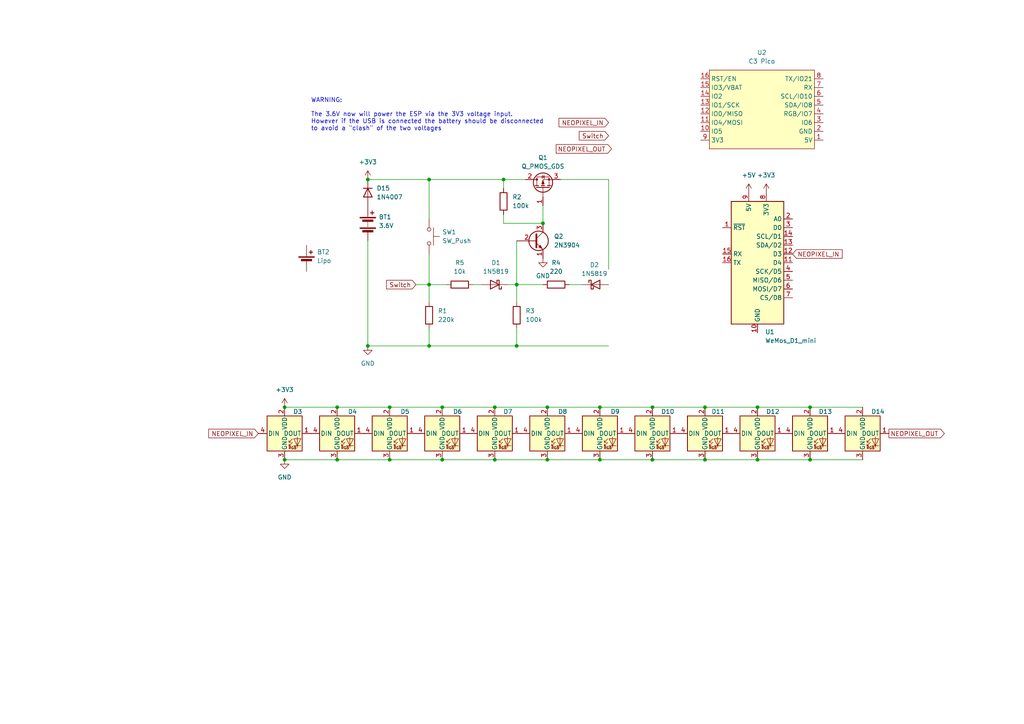
<source format=kicad_sch>
(kicad_sch (version 20230121) (generator eeschema)
  (paper "A4")
  (lib_symbols
    (symbol "Device:Battery" (pin_numbers hide) (pin_names (offset 0) hide)
      (property "Reference" "BT" (at 2.54 2.54 0))
      (property "Value" "Battery" (at 2.54 0 0))
      (symbol "Battery_0_1"
        (rectangle (start -2.286 -1.27) (end 2.286 -1.524) (fill (type outline)))
        (rectangle (start -2.286 1.778) (end 2.286 1.524) (fill (type outline)))
        (rectangle (start -1.524 -2.032) (end 1.524 -2.54) (fill (type outline)))
        (rectangle (start -1.524 1.016) (end 1.524 0.508) (fill (type outline)))
        (polyline (pts (xy 0 -1.016) (xy 0 -0.762)))
        (polyline (pts (xy 0 -0.508) (xy 0 -0.254)))
        (polyline (pts (xy 0 0) (xy 0 0.254)))
        (polyline (pts (xy 0 1.778) (xy 0 2.54)))
        (polyline (pts (xy 0.762 3.048) (xy 1.778 3.048)) (stroke (width 0.254)))
        (polyline (pts (xy 1.27 3.556) (xy 1.27 2.54)) (stroke (width 0.254)))
      )
      (symbol "Battery_1_1"
        (pin passive line (at 0 5.08 270) (length 2.54) (name "+") (number "1"))
        (pin passive line (at 0 -5.08 90) (length 2.54) (name "-") (number "2"))
      )
    )
    (symbol "Device:Battery_Cell" (pin_numbers hide) (pin_names (offset 0) hide)
      (property "Reference" "BT" (at 2.54 2.54 0))
      (property "Value" "Battery_Cell" (at 2.54 0 0))
      (symbol "Battery_Cell_0_1"
        (rectangle (start -2.286 1.778) (end 2.286 1.524) (fill (type outline)))
        (rectangle (start -1.524 1.016) (end 1.524 0.508) (fill (type outline)))
        (polyline (pts (xy 0 0.762) (xy 0 0)))
        (polyline (pts (xy 0 1.778) (xy 0 2.54)))
        (polyline (pts (xy 0.762 3.048) (xy 1.778 3.048)) (stroke (width 0.254)))
        (polyline (pts (xy 1.27 3.556) (xy 1.27 2.54)) (stroke (width 0.254)))
      )
      (symbol "Battery_Cell_1_1"
        (pin passive line (at 0 5.08 270) (length 2.54) (name "+") (number "1"))
        (pin passive line (at 0 -2.54 90) (length 2.54) (name "-") (number "2"))
      )
    )
    (symbol "Device:Q_PMOS_GDS" (pin_names (offset 0) hide)
      (property "Reference" "Q" (at 5.08 1.27 0))
      (property "Value" "Q_PMOS_GDS" (at 5.08 -1.27 0))
      (symbol "Q_PMOS_GDS_0_1"
        (polyline (pts (xy 0.254 0) (xy -2.54 0)))
        (polyline (pts (xy 0.254 1.905) (xy 0.254 -1.905)) (stroke (width 0.254)))
        (polyline (pts (xy 0.762 -1.27) (xy 0.762 -2.286)) (stroke (width 0.254)))
        (polyline (pts (xy 0.762 0.508) (xy 0.762 -0.508)) (stroke (width 0.254)))
        (polyline (pts (xy 0.762 2.286) (xy 0.762 1.27)) (stroke (width 0.254)))
        (polyline (pts (xy 2.54 2.54) (xy 2.54 1.778)))
        (polyline (pts (xy 2.54 -2.54) (xy 2.54 0) (xy 0.762 0)))
        (polyline (pts (xy 0.762 1.778) (xy 3.302 1.778) (xy 3.302 -1.778) (xy 0.762 -1.778)))
        (polyline (pts (xy 2.286 0) (xy 1.27 0.381) (xy 1.27 -0.381) (xy 2.286 0)) (fill (type outline)))
        (polyline (pts (xy 2.794 -0.508) (xy 2.921 -0.381) (xy 3.683 -0.381) (xy 3.81 -0.254)))
        (polyline (pts (xy 3.302 -0.381) (xy 2.921 0.254) (xy 3.683 0.254) (xy 3.302 -0.381)))
        (circle (center 1.651 0) (radius 2.794) (stroke (width 0.254)))
        (circle (center 2.54 -1.778) (radius 0.254) (fill (type outline)))
        (circle (center 2.54 1.778) (radius 0.254) (fill (type outline)))
      )
      (symbol "Q_PMOS_GDS_1_1"
        (pin input line (at -5.08 0 0) (length 2.54) (name "G") (number "1"))
        (pin passive line (at 2.54 5.08 270) (length 2.54) (name "D") (number "2"))
        (pin passive line (at 2.54 -5.08 90) (length 2.54) (name "S") (number "3"))
      )
    )
    (symbol "Device:R" (pin_numbers hide) (pin_names (offset 0))
      (property "Reference" "R" (at 2.032 0 90))
      (property "Value" "R" (at 0 0 90))
      (symbol "R_0_1"
        (rectangle (start -1.016 -2.54) (end 1.016 2.54) (stroke (width 0.254)))
      )
      (symbol "R_1_1"
        (pin passive line (at 0 3.81 270) (length 1.27) (name "~") (number "1"))
        (pin passive line (at 0 -3.81 90) (length 1.27) (name "~") (number "2"))
      )
    )
    (symbol "Diode:1N4007" (pin_numbers hide) (pin_names hide)
      (property "Reference" "D" (at 0 2.54 0))
      (property "Value" "1N4007" (at 0 -2.54 0))
      (symbol "1N4007_0_1"
        (polyline (pts (xy -1.27 1.27) (xy -1.27 -1.27)) (stroke (width 0.254)))
        (polyline (pts (xy 1.27 0) (xy -1.27 0)))
        (polyline (pts (xy 1.27 1.27) (xy 1.27 -1.27) (xy -1.27 0) (xy 1.27 1.27)) (stroke (width 0.254)))
      )
      (symbol "1N4007_1_1"
        (pin passive line (at -3.81 0 0) (length 2.54) (name "K") (number "1"))
        (pin passive line (at 3.81 0 180) (length 2.54) (name "A") (number "2"))
      )
    )
    (symbol "Diode:1N5819" (pin_numbers hide) (pin_names (offset 1.016) hide)
      (property "Reference" "D" (at 0 2.54 0))
      (property "Value" "1N5819" (at 0 -2.54 0))
      (symbol "1N5819_0_1"
        (polyline (pts (xy 1.27 0) (xy -1.27 0)))
        (polyline (pts (xy 1.27 1.27) (xy 1.27 -1.27) (xy -1.27 0) (xy 1.27 1.27)) (stroke (width 0.254)))
        (polyline (pts (xy -1.905 0.635) (xy -1.905 1.27) (xy -1.27 1.27) (xy -1.27 -1.27) (xy -0.635 -1.27) (xy -0.635 -0.635)) (stroke (width 0.254)))
      )
      (symbol "1N5819_1_1"
        (pin passive line (at -3.81 0 0) (length 2.54) (name "K") (number "1"))
        (pin passive line (at 3.81 0 180) (length 2.54) (name "A") (number "2"))
      )
    )
    (symbol "LED:NeoPixel_THT" (pin_names (offset 0.254))
      (property "Reference" "D3" (at 13.335 3.6479 0))
      (property "Value" "NeoPixel_THT" (at 13.335 1.1079 0))
      (symbol "NeoPixel_THT_0_0"
        (text "RGB" (at 2.286 -4.191 0) (effects (font (size 0.762 0.762))))
      )
      (symbol "NeoPixel_THT_0_1"
        (polyline (pts (xy 1.27 -3.556) (xy 1.778 -3.556)))
        (polyline (pts (xy 1.27 -2.54) (xy 1.778 -2.54)))
        (polyline (pts (xy 4.699 -3.556) (xy 2.667 -3.556)))
        (polyline (pts (xy 2.286 -2.54) (xy 1.27 -3.556) (xy 1.27 -3.048)))
        (polyline (pts (xy 2.286 -1.524) (xy 1.27 -2.54) (xy 1.27 -2.032)))
        (polyline (pts (xy 3.683 -1.016) (xy 3.683 -3.556) (xy 3.683 -4.064)))
        (polyline (pts (xy 4.699 -1.524) (xy 2.667 -1.524) (xy 3.683 -3.556) (xy 4.699 -1.524)))
        (rectangle (start 5.08 5.08) (end -5.08 -5.08) (stroke (width 0.254)) (fill (type background)))
      )
      (symbol "NeoPixel_THT_1_1"
        (pin output line (at 7.62 0 180) (length 2.54) (name "DOUT") (number "1"))
        (pin power_in line (at 0 7.62 270) (length 2.54) (name "VDD") (number "2"))
        (pin power_in line (at 0 -7.62 90) (length 2.54) (name "GND") (number "3"))
        (pin input line (at -7.62 0 0) (length 2.54) (name "DIN") (number "4"))
      )
    )
    (symbol "MCU_Module:WeMos_D1_mini"
      (property "Reference" "U" (at 3.81 19.05 0))
      (property "Value" "WeMos_D1_mini" (at 1.27 -19.05 0))
      (symbol "WeMos_D1_mini_1_1"
        (rectangle (start -7.62 17.78) (end 7.62 -17.78) (stroke (width 0.254)) (fill (type background)))
        (pin input line (at -10.16 10.16 0) (length 2.54) (name "~{RST}") (number "1"))
        (pin power_in line (at 0 -20.32 90) (length 2.54) (name "GND") (number "10"))
        (pin bidirectional line (at 10.16 0 180) (length 2.54) (name "D4") (number "11"))
        (pin bidirectional line (at 10.16 2.54 180) (length 2.54) (name "D3") (number "12"))
        (pin bidirectional line (at 10.16 5.08 180) (length 2.54) (name "SDA/D2") (number "13"))
        (pin bidirectional line (at 10.16 7.62 180) (length 2.54) (name "SCL/D1") (number "14"))
        (pin input line (at -10.16 2.54 0) (length 2.54) (name "RX") (number "15"))
        (pin output line (at -10.16 0 0) (length 2.54) (name "TX") (number "16"))
        (pin input line (at 10.16 12.7 180) (length 2.54) (name "A0") (number "2"))
        (pin bidirectional line (at 10.16 10.16 180) (length 2.54) (name "D0") (number "3"))
        (pin bidirectional line (at 10.16 -2.54 180) (length 2.54) (name "SCK/D5") (number "4"))
        (pin bidirectional line (at 10.16 -5.08 180) (length 2.54) (name "MISO/D6") (number "5"))
        (pin bidirectional line (at 10.16 -7.62 180) (length 2.54) (name "MOSI/D7") (number "6"))
        (pin bidirectional line (at 10.16 -10.16 180) (length 2.54) (name "CS/D8") (number "7"))
        (pin power_out line (at 2.54 20.32 270) (length 2.54) (name "3V3") (number "8"))
        (pin power_in line (at -2.54 20.32 270) (length 2.54) (name "5V") (number "9"))
      )
    )
    (symbol "Switch:SW_Push" (pin_numbers hide) (pin_names (offset 1.016) hide)
      (property "Reference" "SW" (at 1.27 2.54 0))
      (property "Value" "SW_Push" (at 0 -1.524 0))
      (symbol "SW_Push_0_1"
        (circle (center -2.032 0) (radius 0.508))
        (polyline (pts (xy 0 1.27) (xy 0 3.048)))
        (polyline (pts (xy 2.54 1.27) (xy -2.54 1.27)))
        (circle (center 2.032 0) (radius 0.508))
        (pin passive line (at -5.08 0 0) (length 2.54) (name "1") (number "1"))
        (pin passive line (at 5.08 0 180) (length 2.54) (name "2") (number "2"))
      )
    )
    (symbol "Transistor_BJT:2N3904" (pin_names (offset 0) hide)
      (property "Reference" "Q" (at 5.08 1.905 0))
      (property "Value" "2N3904" (at 5.08 0 0))
      (symbol "2N3904_0_1"
        (polyline (pts (xy 0.635 0.635) (xy 2.54 2.54)))
        (polyline (pts (xy 0.635 -0.635) (xy 2.54 -2.54) (xy 2.54 -2.54)))
        (polyline (pts (xy 0.635 1.905) (xy 0.635 -1.905) (xy 0.635 -1.905)) (stroke (width 0.508)))
        (polyline (pts (xy 1.27 -1.778) (xy 1.778 -1.27) (xy 2.286 -2.286) (xy 1.27 -1.778) (xy 1.27 -1.778)) (fill (type outline)))
        (circle (center 1.27 0) (radius 2.8194) (stroke (width 0.254)))
      )
      (symbol "2N3904_1_1"
        (pin passive line (at 2.54 -5.08 90) (length 2.54) (name "E") (number "1"))
        (pin passive line (at -5.08 0 0) (length 5.715) (name "B") (number "2"))
        (pin passive line (at 2.54 5.08 270) (length 2.54) (name "C") (number "3"))
      )
    )
    (symbol "c3-pico:c3-pico"
      (property "Reference" "U" (at 0 12.7 0))
      (property "Value" "C3 Pico" (at 0 -10.16 0))
      (symbol "c3-pico_1_1"
        (rectangle (start -15.24 11.43) (end 15.24 -11.43) (fill (type background)))
        (pin power_in line (at 17.78 -8.89 180) (length 2.54) (name "5V") (number "1"))
        (pin bidirectional line (at -17.78 -6.35 0) (length 2.54) (name "IO5") (number "10"))
        (pin bidirectional line (at -17.78 -3.81 0) (length 2.54) (name "IO4/MOSI") (number "11"))
        (pin bidirectional line (at -17.78 -1.27 0) (length 2.54) (name "IO0/MISO") (number "12"))
        (pin bidirectional line (at -17.78 1.27 0) (length 2.54) (name "IO1/SCK") (number "13"))
        (pin bidirectional line (at -17.78 3.81 0) (length 2.54) (name "IO2") (number "14"))
        (pin bidirectional line (at -17.78 6.35 0) (length 2.54) (name "IO3/VBAT") (number "15"))
        (pin input line (at -17.78 8.89 0) (length 2.54) (name "RST/EN") (number "16"))
        (pin power_in line (at 17.78 -6.35 180) (length 2.54) (name "GND") (number "2"))
        (pin bidirectional line (at 17.78 -3.81 180) (length 2.54) (name "IO6") (number "3"))
        (pin bidirectional line (at 17.78 -1.27 180) (length 2.54) (name "RGB/IO7") (number "4"))
        (pin bidirectional line (at 17.78 1.27 180) (length 2.54) (name "SDA/IO8") (number "5"))
        (pin input line (at 17.78 3.81 180) (length 2.54) (name "SCL/IO10") (number "6"))
        (pin input line (at 17.78 6.35 180) (length 2.54) (name "RX") (number "7"))
        (pin output line (at 17.78 8.89 180) (length 2.54) (name "TX/IO21") (number "8"))
        (pin power_in line (at -17.78 -8.89 0) (length 2.54) (name "3V3") (number "9"))
      )
    )
    (symbol "power:+3V3" (power) (pin_names (offset 0))
      (property "Value" "+3V3" (at 0 3.556 0))
      (symbol "+3V3_0_1"
        (polyline (pts (xy -0.762 1.27) (xy 0 2.54)))
        (polyline (pts (xy 0 0) (xy 0 2.54)))
        (polyline (pts (xy 0 2.54) (xy 0.762 1.27)))
      )
      (symbol "+3V3_1_1"
        (pin power_in line (at 0 0 90) (length 0) hide (name "+3V3") (number "1"))
      )
    )
    (symbol "power:+5V" (power) (pin_names (offset 0))
      (property "Value" "+5V" (at 0 3.556 0))
      (symbol "+5V_0_1"
        (polyline (pts (xy -0.762 1.27) (xy 0 2.54)))
        (polyline (pts (xy 0 0) (xy 0 2.54)))
        (polyline (pts (xy 0 2.54) (xy 0.762 1.27)))
      )
      (symbol "+5V_1_1"
        (pin power_in line (at 0 0 90) (length 0) hide (name "+5V") (number "1"))
      )
    )
    (symbol "power:GND" (power) (pin_names (offset 0))
      (property "Value" "GND" (at 0 -3.81 0))
      (symbol "GND_0_1"
        (polyline (pts (xy 0 0) (xy 0 -1.27) (xy 1.27 -1.27) (xy 0 -2.54) (xy -1.27 -1.27) (xy 0 -1.27)))
      )
      (symbol "GND_1_1"
        (pin power_in line (at 0 0 270) (length 0) hide (name "GND") (number "1"))
      )
    )
  )
  (junction (at 113.03 133.35))
  (junction (at 106.68 52.07))
  (junction (at 128.27 118.11))
  (junction (at 113.03 118.11))
  (junction (at 124.46 82.55))
  (junction (at 158.75 118.11))
  (junction (at 82.55 118.11))
  (junction (at 204.47 118.11))
  (junction (at 149.86 82.55))
  (junction (at 143.51 133.35))
  (junction (at 189.23 133.35))
  (junction (at 189.23 118.11))
  (junction (at 234.95 133.35))
  (junction (at 128.27 133.35))
  (junction (at 234.95 118.11))
  (junction (at 97.79 133.35))
  (junction (at 143.51 118.11))
  (junction (at 124.46 52.07))
  (junction (at 173.99 133.35))
  (junction (at 157.48 64.77))
  (junction (at 124.46 100.33))
  (junction (at 97.79 118.11))
  (junction (at 149.86 100.33))
  (junction (at 158.75 133.35))
  (junction (at 173.99 118.11))
  (junction (at 106.68 100.33))
  (junction (at 82.55 133.35))
  (junction (at 204.47 133.35))
  (junction (at 219.71 118.11))
  (junction (at 219.71 133.35))
  (junction (at 146.05 52.07))
  (wire (pts (xy 204.47 118.11) (xy 219.71 118.11)))
  (wire (pts (xy 157.48 59.69) (xy 157.48 64.77)))
  (wire (pts (xy 176.53 52.07) (xy 176.53 78.105)))
  (wire (pts (xy 234.95 133.35) (xy 219.71 133.35)))
  (wire (pts (xy 128.27 118.11) (xy 113.03 118.11)))
  (wire (pts (xy 124.46 52.07) (xy 124.46 63.5)))
  (wire (pts (xy 250.19 133.35) (xy 234.95 133.35)))
  (wire (pts (xy 162.56 52.07) (xy 176.53 52.07)))
  (wire (pts (xy 146.05 64.77) (xy 146.05 62.23)))
  (wire (pts (xy 124.46 52.07) (xy 146.05 52.07)))
  (wire (pts (xy 149.86 82.55) (xy 149.86 87.63)))
  (wire (pts (xy 149.86 82.55) (xy 157.48 82.55)))
  (wire (pts (xy 143.51 133.35) (xy 128.27 133.35)))
  (wire (pts (xy 149.86 100.33) (xy 176.53 100.33)))
  (wire (pts (xy 97.79 133.35) (xy 82.55 133.35)))
  (wire (pts (xy 113.03 133.35) (xy 97.79 133.35)))
  (wire (pts (xy 106.68 100.33) (xy 124.46 100.33)))
  (wire (pts (xy 204.47 118.11) (xy 189.23 118.11)))
  (wire (pts (xy 124.46 95.25) (xy 124.46 100.33)))
  (wire (pts (xy 128.27 133.35) (xy 113.03 133.35)))
  (wire (pts (xy 158.75 118.11) (xy 143.51 118.11)))
  (wire (pts (xy 124.46 100.33) (xy 149.86 100.33)))
  (wire (pts (xy 149.86 69.85) (xy 149.86 82.55)))
  (wire (pts (xy 168.91 82.55) (xy 165.1 82.55)))
  (wire (pts (xy 204.47 133.35) (xy 189.23 133.35)))
  (wire (pts (xy 158.75 133.35) (xy 143.51 133.35)))
  (wire (pts (xy 106.68 52.07) (xy 124.46 52.07)))
  (wire (pts (xy 113.03 118.11) (xy 97.79 118.11)))
  (wire (pts (xy 97.79 118.11) (xy 82.55 118.11)))
  (wire (pts (xy 219.71 133.35) (xy 204.47 133.35)))
  (wire (pts (xy 149.86 95.25) (xy 149.86 100.33)))
  (wire (pts (xy 106.68 69.85) (xy 106.68 100.33)))
  (wire (pts (xy 250.19 118.11) (xy 234.95 118.11)))
  (wire (pts (xy 147.32 82.55) (xy 149.86 82.55)))
  (wire (pts (xy 189.23 133.35) (xy 173.99 133.35)))
  (wire (pts (xy 219.71 118.11) (xy 234.95 118.11)))
  (wire (pts (xy 124.46 82.55) (xy 129.54 82.55)))
  (wire (pts (xy 137.16 82.55) (xy 139.7 82.55)))
  (wire (pts (xy 189.23 118.11) (xy 173.99 118.11)))
  (wire (pts (xy 173.99 118.11) (xy 158.75 118.11)))
  (wire (pts (xy 173.99 133.35) (xy 158.75 133.35)))
  (wire (pts (xy 146.05 52.07) (xy 152.4 52.07)))
  (wire (pts (xy 124.46 73.66) (xy 124.46 82.55)))
  (wire (pts (xy 146.05 64.77) (xy 157.48 64.77)))
  (wire (pts (xy 146.05 54.61) (xy 146.05 52.07)))
  (wire (pts (xy 124.46 82.55) (xy 124.46 87.63)))
  (wire (pts (xy 120.65 82.55) (xy 124.46 82.55)))
  (wire (pts (xy 143.51 118.11) (xy 128.27 118.11)))
  (text "WARNING:\n\nThe 3.6V now will power the ESP via the 3V3 voltage input.\nHowever if the USB is connected the battery should be disconnected\nto avoid a \"clash\" of the two voltages" (at 90.17 38.1 0) (effects (font (size 1.27 1.27)) (justify left bottom)))
  (global_label "NEOPIXEL_IN" (shape input) (at 74.93 125.73 180) (property "Intersheetrefs" "${INTERSHEET_REFS}" (effects hide)))
  (global_label "Switch" (shape input) (at 176.53 39.37 180) (property "Intersheetrefs" "${INTERSHEET_REFS}" (effects hide)))
  (global_label "NEOPIXEL_OUT" (shape output) (at 257.81 125.73 0) (property "Intersheetrefs" "${INTERSHEET_REFS}" (effects hide)))
  (global_label "NEOPIXEL_IN" (shape input) (at 229.87 73.66 0) (property "Intersheetrefs" "${INTERSHEET_REFS}" (effects hide)))
  (global_label "Switch" (shape input) (at 120.65 82.55 180) (property "Intersheetrefs" "${INTERSHEET_REFS}" (effects hide)))
  (global_label "NEOPIXEL_OUT" (shape output) (at 161.29 43.18 0) (property "Intersheetrefs" "${INTERSHEET_REFS}" (effects hide)))
  (global_label "NEOPIXEL_IN" (shape input) (at 176.53 35.56 180) (property "Intersheetrefs" "${INTERSHEET_REFS}" (effects hide)))
  (symbol (lib_id "power:+3V3") (at 106.68 52.07 0) (unit 1)
    (property "Reference" "#PWR04" (effects hide))
    (property "Value" "+3V3" (at 106.68 46.99 0))
  )
  (symbol (lib_id "LED:NeoPixel_THT") (at 219.71 125.73 0) (unit 1)
    (property "Reference" "D12" (at 224.155 119.38 0))
    (property "Value" "NeoPixel_THT" (effects hide))
    (property "Footprint" "LED_THT:LED_D5.0mm-4_RGB_Wide_Pins" (effects hide))
    (property "Datasheet" "https://www.play-zone.ch/de/neopixel-ws2812d-diffused-8mm-through-hole-led-10-pack.html" (effects hide))
  )
  (symbol (lib_id "LED:NeoPixel_THT") (at 113.03 125.73 0) (unit 1)
    (property "Reference" "D5" (at 117.475 119.38 0))
    (property "Value" "NeoPixel_THT" (effects hide))
    (property "Footprint" "LED_THT:LED_D5.0mm-4_RGB_Wide_Pins" (effects hide))
    (property "Datasheet" "https://www.play-zone.ch/de/neopixel-ws2812d-diffused-8mm-through-hole-led-10-pack.html" (effects hide))
  )
  (symbol (lib_id "Device:R") (at 149.86 91.44 0) (unit 1)
    (property "Reference" "R3" (at 152.4 90.17 0) (effects (justify left)))
    (property "Value" "100k" (at 152.4 92.71 0) (effects (justify left)))
    (property "Footprint" "Resistor_THT:R_Axial_DIN0207_L6.3mm_D2.5mm_P7.62mm_Horizontal" (effects hide))
  )
  (symbol (lib_id "Device:R") (at 161.29 82.55 90) (unit 1)
    (property "Reference" "R4" (at 161.29 76.2 90))
    (property "Value" "220" (at 161.29 78.74 90))
    (property "Footprint" "Resistor_THT:R_Axial_DIN0207_L6.3mm_D2.5mm_P7.62mm_Horizontal" (effects hide))
  )
  (symbol (lib_id "power:+3V3") (at 222.25 55.88 0) (unit 1)
    (property "Reference" "#PWR06" (effects hide))
    (property "Value" "+3V3" (at 222.25 50.8 0))
  )
  (symbol (lib_id "LED:NeoPixel_THT") (at 143.51 125.73 0) (unit 1)
    (property "Reference" "D7" (at 147.32 119.38 0))
    (property "Value" "NeoPixel_THT" (effects hide))
    (property "Footprint" "LED_THT:LED_D5.0mm-4_RGB_Wide_Pins" (effects hide))
    (property "Datasheet" "https://www.play-zone.ch/de/neopixel-ws2812d-diffused-8mm-through-hole-led-10-pack.html" (effects hide))
  )
  (symbol (lib_id "Device:Battery") (at 106.68 64.77 0) (unit 1)
    (property "Reference" "BT1" (at 109.855 62.9285 0) (effects (justify left)))
    (property "Value" "3.6V" (at 109.855 65.4685 0) (effects (justify left)))
    (property "Footprint" "Battery:BatteryHolder_Keystone_2479_3xAAA" (effects hide))
  )
  (symbol (lib_id "LED:NeoPixel_THT") (at 128.27 125.73 0) (unit 1)
    (property "Reference" "D6" (at 132.715 119.38 0))
    (property "Value" "NeoPixel_THT" (effects hide))
    (property "Footprint" "LED_THT:LED_D5.0mm-4_RGB_Wide_Pins" (effects hide))
    (property "Datasheet" "https://www.play-zone.ch/de/neopixel-ws2812d-diffused-8mm-through-hole-led-10-pack.html" (effects hide))
  )
  (symbol (lib_id "LED:NeoPixel_THT") (at 250.19 125.73 0) (unit 1)
    (property "Reference" "D14" (at 254.635 119.38 0))
    (property "Value" "NeoPixel_THT" (effects hide))
    (property "Footprint" "LED_THT:LED_D5.0mm-4_RGB_Wide_Pins" (effects hide))
    (property "Datasheet" "https://www.play-zone.ch/de/neopixel-ws2812d-diffused-8mm-through-hole-led-10-pack.html" (effects hide))
  )
  (symbol (lib_id "Device:Battery_Cell") (at 88.9 76.2 0) (unit 1)
    (property "Reference" "BT2" (at 91.948 73.0885 0) (effects (justify left)))
    (property "Value" "Lipo" (at 91.948 75.6285 0) (effects (justify left)))
  )
  (symbol (lib_id "power:GND") (at 157.48 74.93 0) (unit 1)
    (property "Reference" "#PWR02" (effects hide))
    (property "Value" "GND" (at 157.48 80.01 0))
  )
  (symbol (lib_id "Switch:SW_Push") (at 124.46 68.58 270) (unit 1)
    (property "Reference" "SW1" (at 128.27 67.31 90) (effects (justify left)))
    (property "Value" "SW_Push" (at 128.27 69.85 90) (effects (justify left)))
  )
  (symbol (lib_id "Device:R") (at 146.05 58.42 0) (unit 1)
    (property "Reference" "R2" (at 148.59 57.15 0) (effects (justify left)))
    (property "Value" "100k" (at 148.59 59.69 0) (effects (justify left)))
    (property "Footprint" "Resistor_THT:R_Axial_DIN0207_L6.3mm_D2.5mm_P7.62mm_Horizontal" (effects hide))
  )
  (symbol (lib_id "LED:NeoPixel_THT") (at 173.99 125.73 0) (unit 1)
    (property "Reference" "D9" (at 178.435 119.38 0))
    (property "Value" "NeoPixel_THT" (effects hide))
    (property "Footprint" "LED_THT:LED_D5.0mm-4_RGB_Wide_Pins" (effects hide))
    (property "Datasheet" "https://www.play-zone.ch/de/neopixel-ws2812d-diffused-8mm-through-hole-led-10-pack.html" (effects hide))
  )
  (symbol (lib_id "LED:NeoPixel_THT") (at 97.79 125.73 0) (unit 1)
    (property "Reference" "D4" (at 102.235 119.38 0))
    (property "Value" "NeoPixel_THT" (effects hide))
    (property "Footprint" "LED_THT:LED_D5.0mm-4_RGB_Wide_Pins" (effects hide))
    (property "Datasheet" "https://www.play-zone.ch/de/neopixel-ws2812d-diffused-8mm-through-hole-led-10-pack.html" (effects hide))
  )
  (symbol (lib_id "Device:R") (at 133.35 82.55 90) (unit 1)
    (property "Reference" "R5" (at 133.35 76.2 90))
    (property "Value" "10k" (at 133.35 78.74 90))
    (property "Footprint" "Resistor_THT:R_Axial_DIN0207_L6.3mm_D2.5mm_P7.62mm_Horizontal" (effects hide))
  )
  (symbol (lib_id "LED:NeoPixel_THT") (at 82.55 125.73 0) (unit 1)
    (property "Reference" "D3" (at 86.36 119.38 0))
    (property "Value" "NeoPixel_THT" (effects hide))
    (property "Footprint" "LED_THT:LED_D5.0mm-4_RGB_Wide_Pins" (effects hide))
    (property "Datasheet" "https://www.play-zone.ch/de/neopixel-ws2812d-diffused-8mm-through-hole-led-10-pack.html" (effects hide))
  )
  (symbol (lib_id "power:+5V") (at 217.17 55.88 0) (unit 1)
    (property "Reference" "#PWR07" (effects hide))
    (property "Value" "+5V" (at 217.17 50.8 0))
  )
  (symbol (lib_id "Device:Q_PMOS_GDS") (at 157.48 54.61 90) (unit 1)
    (property "Reference" "Q1" (at 157.48 45.72 90))
    (property "Value" "Q_PMOS_GDS" (at 157.48 48.26 90))
  )
  (symbol (lib_id "Diode:1N4007") (at 106.68 55.88 270) (unit 1)
    (property "Reference" "D15" (at 109.22 54.61 90) (effects (justify left)))
    (property "Value" "1N4007" (at 109.22 57.15 90) (effects (justify left)))
    (property "Footprint" "Diode_THT:D_DO-41_SOD81_P10.16mm_Horizontal" (effects hide))
    (property "Datasheet" "http://www.vishay.com/docs/88503/1n4001.pdf" (effects hide))
    (property "Sim.Device" "D" (effects hide))
    (property "Sim.Pins" "1=K 2=A" (effects hide))
  )
  (symbol (lib_id "power:GND") (at 106.68 100.33 0) (unit 1)
    (property "Reference" "#PWR01" (effects hide))
    (property "Value" "GND" (at 106.68 105.41 0))
  )
  (symbol (lib_id "MCU_Module:WeMos_D1_mini") (at 219.71 76.2 0) (unit 1)
    (property "Reference" "U1" (at 221.9041 96.266 0) (effects (justify left)))
    (property "Value" "WeMos_D1_mini" (at 221.9041 98.806 0) (effects (justify left)))
    (property "Footprint" "Module:WEMOS_D1_mini_light" (effects hide))
    (property "Datasheet" "https://wiki.wemos.cc/products:d1:d1_mini#documentation" (effects hide))
  )
  (symbol (lib_id "power:+3V3") (at 82.55 118.11 0) (unit 1)
    (property "Reference" "#PWR05" (effects hide))
    (property "Value" "+3V3" (at 82.55 113.03 0))
  )
  (symbol (lib_id "Device:R") (at 124.46 91.44 0) (unit 1)
    (property "Reference" "R1" (at 127 90.17 0) (effects (justify left)))
    (property "Value" "220k" (at 127 92.71 0) (effects (justify left)))
    (property "Footprint" "Resistor_THT:R_Axial_DIN0207_L6.3mm_D2.5mm_P7.62mm_Horizontal" (effects hide))
  )
  (symbol (lib_id "LED:NeoPixel_THT") (at 189.23 125.73 0) (unit 1)
    (property "Reference" "D10" (at 193.675 119.38 0))
    (property "Value" "NeoPixel_THT" (effects hide))
    (property "Footprint" "LED_THT:LED_D5.0mm-4_RGB_Wide_Pins" (effects hide))
    (property "Datasheet" "https://www.play-zone.ch/de/neopixel-ws2812d-diffused-8mm-through-hole-led-10-pack.html" (effects hide))
  )
  (symbol (lib_id "LED:NeoPixel_THT") (at 204.47 125.73 0) (unit 1)
    (property "Reference" "D11" (at 208.28 119.38 0))
    (property "Value" "NeoPixel_THT" (effects hide))
    (property "Footprint" "LED_THT:LED_D5.0mm-4_RGB_Wide_Pins" (effects hide))
    (property "Datasheet" "https://www.play-zone.ch/de/neopixel-ws2812d-diffused-8mm-through-hole-led-10-pack.html" (effects hide))
  )
  (symbol (lib_id "Diode:1N5819") (at 143.51 82.55 180) (unit 1)
    (property "Reference" "D1" (at 143.8275 76.2 0))
    (property "Value" "1N5819" (at 143.8275 78.74 0))
    (property "Footprint" "Diode_THT:D_DO-41_SOD81_P10.16mm_Horizontal" (effects hide))
    (property "Datasheet" "http://www.vishay.com/docs/88525/1n5817.pdf" (effects hide))
  )
  (symbol (lib_id "c3-pico:c3-pico") (at 220.98 31.75 0) (unit 1)
    (property "Reference" "U2" (at 220.98 15.24 0))
    (property "Value" "C3 Pico" (at 220.98 17.78 0))
    (property "Footprint" "c3-pico:c3-pico" (effects hide))
    (property "Datasheet" "https://www.wemos.cc/en/latest/c3/c3_pico.html" (effects hide))
  )
  (symbol (lib_id "LED:NeoPixel_THT") (at 234.95 125.73 0) (unit 1)
    (property "Reference" "D13" (at 239.395 119.38 0))
    (property "Value" "NeoPixel_THT" (effects hide))
    (property "Footprint" "LED_THT:LED_D5.0mm-4_RGB_Wide_Pins" (effects hide))
    (property "Datasheet" "https://www.play-zone.ch/de/neopixel-ws2812d-diffused-8mm-through-hole-led-10-pack.html" (effects hide))
  )
  (symbol (lib_id "LED:NeoPixel_THT") (at 158.75 125.73 0) (unit 1)
    (property "Reference" "D8" (at 163.195 119.38 0))
    (property "Value" "NeoPixel_THT" (effects hide))
    (property "Footprint" "LED_THT:LED_D5.0mm-4_RGB_Wide_Pins" (effects hide))
    (property "Datasheet" "https://www.play-zone.ch/de/neopixel-ws2812d-diffused-8mm-through-hole-led-10-pack.html" (effects hide))
  )
  (symbol (lib_id "Diode:1N5819") (at 172.72 82.55 0) (unit 1)
    (property "Reference" "D2" (at 172.4025 76.835 0))
    (property "Value" "1N5819" (at 172.4025 79.375 0))
    (property "Footprint" "Diode_THT:D_DO-41_SOD81_P10.16mm_Horizontal" (effects hide))
    (property "Datasheet" "http://www.vishay.com/docs/88525/1n5817.pdf" (effects hide))
  )
  (symbol (lib_id "Transistor_BJT:2N3904") (at 154.94 69.85 0) (unit 1)
    (property "Reference" "Q2" (at 160.655 68.58 0) (effects (justify left)))
    (property "Value" "2N3904" (at 160.655 71.12 0) (effects (justify left)))
    (property "Footprint" "Package_TO_SOT_THT:TO-92_Inline" (effects hide))
    (property "Datasheet" "https://www.onsemi.com/pub/Collateral/2N3903-D.PDF" (effects hide))
  )
  (symbol (lib_id "power:GND") (at 82.55 133.35 0) (unit 1)
    (property "Reference" "#PWR03" (effects hide))
    (property "Value" "GND" (at 82.55 138.43 0))
  )
)
</source>
